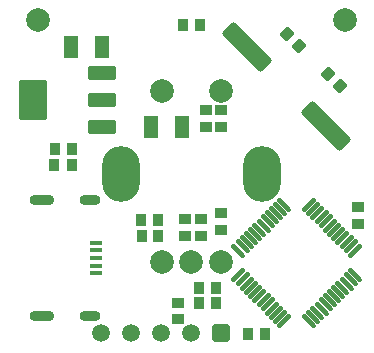
<source format=gbr>
G04 This is an RS-274x file exported by *
G04 gerbv version 2.7.0 *
G04 More information is available about gerbv at *
G04 http://gerbv.geda-project.org/ *
G04 --End of header info--*
%MOIN*%
%FSLAX36Y36*%
%IPPOS*%
G04 --Define apertures--*
%ADD10R,0.0433X0.0157*%
%ADD11O,0.0709X0.0354*%
%ADD12O,0.0827X0.0354*%
%ADD13C,0.0787*%
%ADD14C,0.0789*%
%ADD15O,0.1261X0.1852*%
%AMMACRO16*
21,1,0.126110,0.059055,0.000000,0.000000,180.000000*
21,1,0.000000,0.185165,0.000000,0.000000,180.000000*
1,1,0.126110,0.000000,0.029528*
1,1,0.126110,0.000000,0.029528*
1,1,0.126110,0.000000,-0.029528*
1,1,0.126110,0.000000,-0.029528*
%
%ADD16MACRO16*%
%AMMACRO17*
21,1,0.059181,0.000000,0.000000,0.000000,180.000000*
21,1,0.000000,0.059181,0.000000,0.000000,180.000000*
1,1,0.059181,0.000000,0.000000*
1,1,0.059181,0.000000,0.000000*
1,1,0.059181,0.000000,0.000000*
1,1,0.059181,0.000000,0.000000*
%
%ADD17MACRO17*%
%AMMACRO18*
21,1,0.059181,0.046063,0.000000,0.000000,180.000000*
21,1,0.046063,0.059181,0.000000,0.000000,180.000000*
1,1,0.013118,-0.023031,0.023031*
1,1,0.013118,0.023031,0.023031*
1,1,0.013118,0.023031,-0.023031*
1,1,0.013118,-0.023031,-0.023031*
%
%ADD18MACRO18*%
%AMMACRO19*
21,1,0.045276,0.014961,0.000000,0.000000,45.000000*
1,1,0.014961,-0.016008,-0.016008*
1,1,0.014961,0.016008,0.016008*
%
%ADD19MACRO19*%
%AMMACRO20*
21,1,0.045276,0.014961,0.000000,0.000000,315.000000*
1,1,0.014961,-0.016008,0.016008*
1,1,0.014961,0.016008,-0.016008*
%
%ADD20MACRO20*%
%AMMACRO21*
21,1,0.047370,0.084252,0.000000,0.000000,270.000000*
21,1,0.038976,0.092646,0.000000,0.000000,270.000000*
1,1,0.008394,-0.042126,-0.019488*
1,1,0.008394,-0.042126,0.019488*
1,1,0.008394,0.042126,0.019488*
1,1,0.008394,0.042126,-0.019488*
%
%ADD21MACRO21*%
%AMMACRO22*
21,1,0.135953,0.083799,0.000000,0.000000,270.000000*
21,1,0.127106,0.092646,0.000000,0.000000,270.000000*
1,1,0.008846,-0.041898,-0.063555*
1,1,0.008846,-0.041898,0.063555*
1,1,0.008846,0.041898,0.063555*
1,1,0.008846,0.041898,-0.063555*
%
%ADD22MACRO22*%
%AMMACRO23*
21,1,0.039496,0.027283,0.000000,0.000000,270.000000*
21,1,0.031220,0.035559,0.000000,0.000000,270.000000*
1,1,0.008276,-0.013642,-0.015610*
1,1,0.008276,-0.013642,0.015610*
1,1,0.008276,0.013642,0.015610*
1,1,0.008276,0.013642,-0.015610*
%
%ADD23MACRO23*%
%AMMACRO24*
21,1,0.039496,0.027283,0.000000,0.000000,0.000000*
21,1,0.031220,0.035559,0.000000,0.000000,0.000000*
1,1,0.008276,0.015610,-0.013642*
1,1,0.008276,-0.015610,-0.013642*
1,1,0.008276,-0.015610,0.013642*
1,1,0.008276,0.015610,0.013642*
%
%ADD24MACRO24*%
%AMMACRO25*
21,1,0.185165,0.038386,0.000000,0.000000,135.000000*
21,1,0.164370,0.059181,0.000000,0.000000,135.000000*
1,1,0.020795,-0.044543,0.071685*
1,1,0.020795,0.071685,-0.044543*
1,1,0.020795,0.044543,-0.071685*
1,1,0.020795,-0.071685,0.044543*
%
%ADD25MACRO25*%
%AMMACRO26*
21,1,0.041465,0.025335,0.000000,0.000000,90.000000*
21,1,0.033209,0.033591,0.000000,0.000000,90.000000*
1,1,0.008256,0.012669,0.016606*
1,1,0.008256,0.012669,-0.016606*
1,1,0.008256,-0.012669,-0.016606*
1,1,0.008256,-0.012669,0.016606*
%
%ADD26MACRO26*%
%AMMACRO27*
21,1,0.041465,0.025335,0.000000,0.000000,0.000000*
21,1,0.033209,0.033591,0.000000,0.000000,0.000000*
1,1,0.008256,0.016606,-0.012669*
1,1,0.008256,-0.016606,-0.012669*
1,1,0.008256,-0.016606,0.012669*
1,1,0.008256,0.016606,0.012669*
%
%ADD27MACRO27*%
%AMMACRO28*
21,1,0.041465,0.025335,0.000000,0.000000,45.000000*
21,1,0.033209,0.033591,0.000000,0.000000,45.000000*
1,1,0.008256,0.020697,0.002783*
1,1,0.008256,-0.002783,-0.020697*
1,1,0.008256,-0.020697,-0.002783*
1,1,0.008256,0.002783,0.020697*
%
%ADD28MACRO28*%
%AMMACRO29*
21,1,0.072961,0.040925,0.000000,0.000000,90.000000*
21,1,0.064547,0.049339,0.000000,0.000000,90.000000*
1,1,0.008413,0.020465,0.032276*
1,1,0.008413,0.020465,-0.032276*
1,1,0.008413,-0.020465,-0.032276*
1,1,0.008413,-0.020465,0.032276*
%
%ADD29MACRO29*%
G04 --Start main section--*
G54D10*
G01X39052283Y39139764D03*
G01X39052283Y39037402D03*
G01X39052283Y39114173D03*
G01X39052283Y39088583D03*
G01X39052283Y39062992D03*
G54D11*
G01X39030630Y38893701D03*
G01X39030630Y39283465D03*
G54D12*
G01X38873150Y39283465D03*
G01X38873150Y38893701D03*
G54D13*
G01X38858268Y39881890D03*
G01X39881890Y39881890D03*
G54D14*
G01X39468504Y39074803D03*
G01X39271654Y39074803D03*
G01X39370079Y39074803D03*
G01X39468504Y39645669D03*
G01X39271654Y39645669D03*
G54D15*
G01X39133858Y39370079D03*
G54D16*
G01X39606299Y39370079D03*
G54D17*
G01X39070079Y38837567D03*
G01X39170079Y38837567D03*
G01X39270079Y38837567D03*
G01X39370079Y38837567D03*
G54D18*
G01X39470079Y38837567D03*
G54D19*
G01X39915169Y39113476D03*
G01X39901248Y39127394D03*
G01X39887331Y39141315D03*
G01X39873409Y39155232D03*
G01X39859488Y39169154D03*
G01X39845571Y39183075D03*
G01X39831650Y39196992D03*
G01X39817732Y39210913D03*
G01X39803811Y39224831D03*
G01X39789894Y39238748D03*
G01X39775976Y39252669D03*
G01X39762055Y39266587D03*
G01X39526815Y39031350D03*
G01X39540736Y39017429D03*
G01X39554654Y39003512D03*
G01X39568575Y38989591D03*
G01X39582492Y38975673D03*
G01X39596413Y38961752D03*
G01X39610335Y38947835D03*
G01X39624252Y38933913D03*
G01X39638173Y38919996D03*
G01X39652091Y38906075D03*
G01X39666012Y38892157D03*
G01X39679929Y38878236D03*
G54D20*
G01X39679929Y39266587D03*
G01X39666012Y39252669D03*
G01X39652091Y39238748D03*
G01X39638173Y39224831D03*
G01X39624252Y39210913D03*
G01X39610335Y39196992D03*
G01X39596413Y39183075D03*
G01X39582492Y39169154D03*
G01X39568575Y39155232D03*
G01X39554654Y39141315D03*
G01X39540736Y39127394D03*
G01X39526815Y39113476D03*
G01X39762055Y38878236D03*
G01X39775976Y38892157D03*
G01X39789894Y38906075D03*
G01X39803811Y38919996D03*
G01X39817732Y38933913D03*
G01X39831650Y38947835D03*
G01X39845571Y38961752D03*
G01X39859488Y38975673D03*
G01X39873409Y38989591D03*
G01X39887331Y39003512D03*
G01X39901248Y39017429D03*
G01X39915169Y39031350D03*
G54D21*
G01X39071850Y39525591D03*
G01X39071850Y39616142D03*
G01X39071850Y39706693D03*
G54D22*
G01X38841535Y39616142D03*
G54D23*
G01X39396496Y38989591D03*
G01X39451614Y38989591D03*
G01X39451614Y38939961D03*
G01X39396496Y38939961D03*
G01X38970472Y39453035D03*
G01X38915354Y39453035D03*
G01X39203795Y39162740D03*
G01X39258913Y39162740D03*
G01X39397638Y39866776D03*
G01X39342520Y39866776D03*
G54D24*
G01X39323819Y38883858D03*
G01X39323819Y38938976D03*
G01X39400646Y39217854D03*
G01X39400646Y39162740D03*
G01X39468504Y39580709D03*
G01X39468504Y39525591D03*
G54D25*
G01X39555756Y39793654D03*
G01X39820228Y39529185D03*
G54D26*
G01X38970472Y39398248D03*
G01X38913386Y39398248D03*
G01X39557043Y38834614D03*
G01X39614130Y38834614D03*
G01X39258913Y39213996D03*
G01X39201827Y39213996D03*
G54D27*
G01X39925197Y39202496D03*
G01X39925197Y39259583D03*
G01X39468504Y39240157D03*
G01X39468504Y39183075D03*
G01X39417346Y39582677D03*
G01X39417346Y39525591D03*
G01X39349390Y39162740D03*
G01X39349390Y39219827D03*
G54D28*
G01X39727858Y39795764D03*
G01X39687492Y39836126D03*
G01X39865654Y39662890D03*
G01X39825291Y39703252D03*
G54D29*
G01X39072835Y39791339D03*
G01X38968504Y39791339D03*
G01X39338744Y39525591D03*
G01X39234413Y39525591D03*
M02*

</source>
